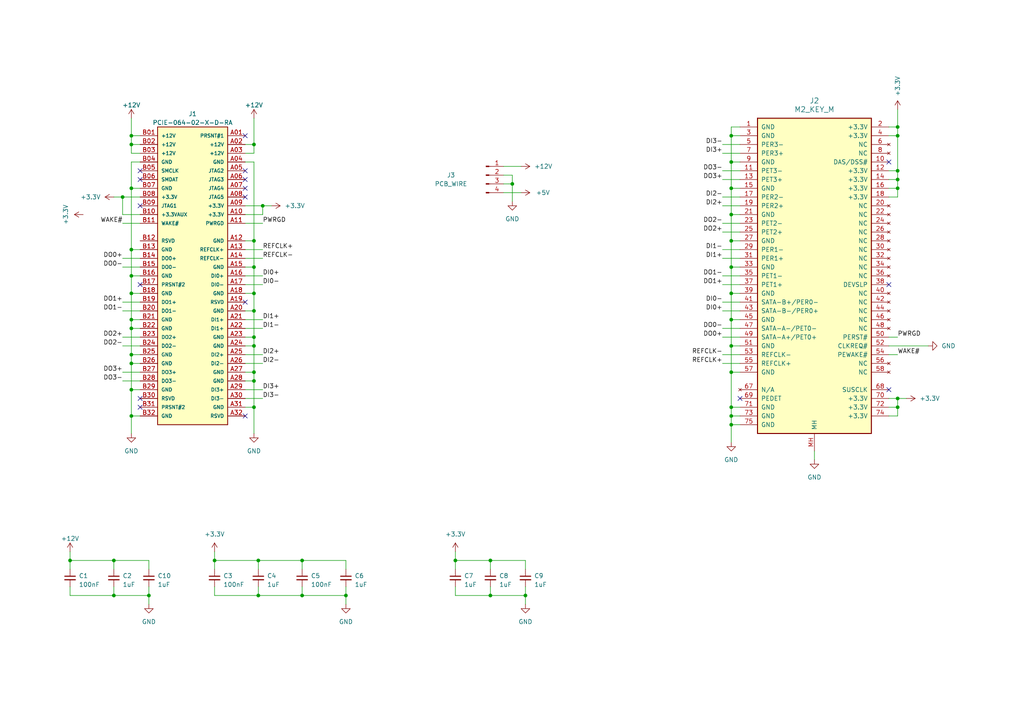
<source format=kicad_sch>
(kicad_sch (version 20231120) (generator "eeschema") (generator_version "8.0")
  (paper "A4")
  (lib_symbols
    (symbol "Connector:Conn_01x04_Pin" (pin_names (offset 1.016) hide)
      (property "Reference" "J" (at 0 5.08 0))
      (property "Value" "Conn_01x04_Pin" (at 0 -7.62 0))
      (symbol "Conn_01x04_Pin_1_1"
        (polyline (pts (xy 1.27 -5.08) (xy 0.8636 -5.08)) (stroke (width 0.1524)))
        (polyline (pts (xy 1.27 -2.54) (xy 0.8636 -2.54)) (stroke (width 0.1524)))
        (polyline (pts (xy 1.27 0) (xy 0.8636 0)) (stroke (width 0.1524)))
        (polyline (pts (xy 1.27 2.54) (xy 0.8636 2.54)) (stroke (width 0.1524)))
        (rectangle (start 0.8636 -4.953) (end 0 -5.207) (stroke (width 0.1524)) (fill (type outline)))
        (rectangle (start 0.8636 -2.413) (end 0 -2.667) (stroke (width 0.1524)) (fill (type outline)))
        (rectangle (start 0.8636 0.127) (end 0 -0.127) (stroke (width 0.1524)) (fill (type outline)))
        (rectangle (start 0.8636 2.667) (end 0 2.413) (stroke (width 0.1524)) (fill (type outline)))
        (pin passive line (at 5.08 2.54 180) (length 3.81) (name "Pin_1") (number "1"))
        (pin passive line (at 5.08 0 180) (length 3.81) (name "Pin_2") (number "2"))
        (pin passive line (at 5.08 -2.54 180) (length 3.81) (name "Pin_3") (number "3"))
        (pin passive line (at 5.08 -5.08 180) (length 3.81) (name "Pin_4") (number "4"))
      )
    )
    (symbol "Device:C_Small" (pin_numbers hide) (pin_names (offset 0.254) hide)
      (property "Reference" "C" (at 0.254 1.778 0))
      (property "Value" "C_Small" (at 0.254 -2.032 0))
      (symbol "C_Small_0_1"
        (polyline (pts (xy -1.524 -0.508) (xy 1.524 -0.508)) (stroke (width 0.3302)))
        (polyline (pts (xy -1.524 0.508) (xy 1.524 0.508)) (stroke (width 0.3048)))
      )
      (symbol "C_Small_1_1"
        (pin passive line (at 0 2.54 270) (length 2.032) (name "~") (number "1"))
        (pin passive line (at 0 -2.54 90) (length 2.032) (name "~") (number "2"))
      )
    )
    (symbol "M2-PCIe-adapter:+5V" (power) (pin_names (offset 0))
      (property "Value" "+5V" (at 0 3.556 0))
      (symbol "+5V_0_1"
        (polyline (pts (xy -0.762 1.27) (xy 0 2.54)))
        (polyline (pts (xy 0 0) (xy 0 2.54)))
        (polyline (pts (xy 0 2.54) (xy 0.762 1.27)))
      )
      (symbol "+5V_1_1"
        (pin power_in line (at 0 0 90) (length 0) hide (name "+5V") (number "1"))
      )
    )
    (symbol "M2-PCIe-adapter:M_2_EdgeConector-" (pin_names (offset 1.016))
      (property "Reference" "J2" (at 0 52.07 0))
      (property "Value" "M2_KEY_M" (at 0 49.53 0))
      (symbol "M_2_EdgeConector-_1_1"
        (rectangle (start -16.51 46.99) (end 16.51 -44.45) (stroke (width 0.3048)) (fill (type background)))
        (pin passive line (at -21.59 44.45 0) (length 5.08) (name "GND") (number "1"))
        (pin passive line (at 21.59 34.29 180) (length 5.08) (name "DAS/DSS#") (number "10"))
        (pin passive line (at -21.59 31.75 0) (length 5.08) (name "PET3-") (number "11"))
        (pin power_in line (at 21.59 31.75 180) (length 5.08) (name "+3.3V") (number "12"))
        (pin passive line (at -21.59 29.21 0) (length 5.08) (name "PET3+") (number "13"))
        (pin power_in line (at 21.59 29.21 180) (length 5.08) (name "+3.3V") (number "14"))
        (pin power_in line (at -21.59 26.67 0) (length 5.08) (name "GND") (number "15"))
        (pin power_in line (at 21.59 26.67 180) (length 5.08) (name "+3.3V") (number "16"))
        (pin passive line (at -21.59 24.13 0) (length 5.08) (name "PER2-") (number "17"))
        (pin power_in line (at 21.59 24.13 180) (length 5.08) (name "+3.3V") (number "18"))
        (pin passive line (at -21.59 21.59 0) (length 5.08) (name "PER2+") (number "19"))
        (pin power_in line (at 21.59 44.45 180) (length 5.08) (name "+3.3V") (number "2"))
        (pin no_connect line (at 21.59 21.59 180) (length 5.08) (name "NC") (number "20"))
        (pin passive line (at -21.59 19.05 0) (length 5.08) (name "GND") (number "21"))
        (pin no_connect line (at 21.59 19.05 180) (length 5.08) (name "NC") (number "22"))
        (pin passive line (at -21.59 16.51 0) (length 5.08) (name "PET2-") (number "23"))
        (pin no_connect line (at 21.59 16.51 180) (length 5.08) (name "NC") (number "24"))
        (pin passive line (at -21.59 13.97 0) (length 5.08) (name "PET2+") (number "25"))
        (pin no_connect line (at 21.59 13.97 180) (length 5.08) (name "NC") (number "26"))
        (pin power_in line (at -21.59 11.43 0) (length 5.08) (name "GND") (number "27"))
        (pin no_connect line (at 21.59 11.43 180) (length 5.08) (name "NC") (number "28"))
        (pin passive line (at -21.59 8.89 0) (length 5.08) (name "PER1-") (number "29"))
        (pin power_in line (at -21.59 41.91 0) (length 5.08) (name "GND") (number "3"))
        (pin no_connect line (at 21.59 8.89 180) (length 5.08) (name "NC") (number "30"))
        (pin passive line (at -21.59 6.35 0) (length 5.08) (name "PER1+") (number "31"))
        (pin no_connect line (at 21.59 6.35 180) (length 5.08) (name "NC") (number "32"))
        (pin power_in line (at -21.59 3.81 0) (length 5.08) (name "GND") (number "33"))
        (pin no_connect line (at 21.59 3.81 180) (length 5.08) (name "NC") (number "34"))
        (pin passive line (at -21.59 1.27 0) (length 5.08) (name "PET1-") (number "35"))
        (pin no_connect line (at 21.59 1.27 180) (length 5.08) (name "NC") (number "36"))
        (pin passive line (at -21.59 -1.27 0) (length 5.08) (name "PET1+") (number "37"))
        (pin passive line (at 21.59 -1.27 180) (length 5.08) (name "DEVSLP") (number "38"))
        (pin power_in line (at -21.59 -3.81 0) (length 5.08) (name "GND") (number "39"))
        (pin power_in line (at 21.59 41.91 180) (length 5.08) (name "+3.3V") (number "4"))
        (pin no_connect line (at 21.59 -3.81 180) (length 5.08) (name "NC") (number "40"))
        (pin passive line (at -21.59 -6.35 0) (length 5.08) (name "SATA-B+/PER0-") (number "41"))
        (pin no_connect line (at 21.59 -6.35 180) (length 5.08) (name "NC") (number "42"))
        (pin passive line (at -21.59 -8.89 0) (length 5.08) (name "SATA-B-/PER0+") (number "43"))
        (pin no_connect line (at 21.59 -8.89 180) (length 5.08) (name "NC") (number "44"))
        (pin power_in line (at -21.59 -11.43 0) (length 5.08) (name "GND") (number "45"))
        (pin no_connect line (at 21.59 -11.43 180) (length 5.08) (name "NC") (number "46"))
        (pin passive line (at -21.59 -13.97 0) (length 5.08) (name "SATA-A-/PET0-") (number "47"))
        (pin no_connect line (at 21.59 -13.97 180) (length 5.08) (name "NC") (number "48"))
        (pin passive line (at -21.59 -16.51 0) (length 5.08) (name "SATA-A+/PET0+") (number "49"))
        (pin passive line (at -21.59 39.37 0) (length 5.08) (name "PER3-") (number "5"))
        (pin passive line (at 21.59 -16.51 180) (length 5.08) (name "PERST#") (number "50"))
        (pin power_in line (at -21.59 -19.05 0) (length 5.08) (name "GND") (number "51"))
        (pin passive line (at 21.59 -19.05 180) (length 5.08) (name "CLKREQ#") (number "52"))
        (pin passive line (at -21.59 -21.59 0) (length 5.08) (name "REFCLK-") (number "53"))
        (pin passive line (at 21.59 -21.59 180) (length 5.08) (name "PEWAKE#") (number "54"))
        (pin passive line (at -21.59 -24.13 0) (length 5.08) (name "REFCLK+") (number "55"))
        (pin no_connect line (at 21.59 -24.13 180) (length 5.08) (name "NC") (number "56"))
        (pin power_in line (at -21.59 -26.67 0) (length 5.08) (name "GND") (number "57"))
        (pin no_connect line (at 21.59 -26.67 180) (length 5.08) (name "NC") (number "58"))
        (pin no_connect line (at 21.59 39.37 180) (length 5.08) (name "NC") (number "6"))
        (pin no_connect line (at -21.59 -31.75 0) (length 5.08) (name "N/A") (number "67"))
        (pin passive line (at 21.59 -31.75 180) (length 5.08) (name "SUSCLK") (number "68"))
        (pin passive line (at -21.59 -34.29 0) (length 5.08) (name "PEDET") (number "69"))
        (pin passive line (at -21.59 36.83 0) (length 5.08) (name "PER3+") (number "7"))
        (pin power_in line (at 21.59 -34.29 180) (length 5.08) (name "+3.3V") (number "70"))
        (pin power_in line (at -21.59 -36.83 0) (length 5.08) (name "GND") (number "71"))
        (pin power_in line (at 21.59 -36.83 180) (length 5.08) (name "+3.3V") (number "72"))
        (pin power_in line (at -21.59 -39.37 0) (length 5.08) (name "GND") (number "73"))
        (pin power_in line (at 21.59 -39.37 180) (length 5.08) (name "+3.3V") (number "74"))
        (pin passive line (at -21.59 -41.91 0) (length 5.08) (name "GND") (number "75"))
        (pin no_connect line (at 21.59 36.83 180) (length 5.08) (name "NC") (number "8"))
        (pin power_in line (at -21.59 34.29 0) (length 5.08) (name "GND") (number "9"))
        (pin power_in line (at 0 -49.53 90) (length 5.08) (name "MH") (number "MH"))
      )
    )
    (symbol "Snapeda_kicad_sym:PCIE-064-02-X-D-RA" (pin_names (offset 1.016))
      (property "Reference" "J1" (at 0 49.53 0))
      (property "Value" "PCIE-064-02-X-D-RA" (at 0 46.99 0))
      (symbol "PCIE-064-02-X-D-RA_0_0"
        (rectangle (start -10.16 45.72) (end 10.16 -40.64) (stroke (width 0.254)) (fill (type background)))
      )
      (symbol "PCIE-064-02-X-D-RA_1_1"
        (pin input line (at 15.24 43.18 180) (length 5.08) (name "PRSNT#1") (number "A01"))
        (pin input line (at 15.24 40.64 180) (length 5.08) (name "+12V") (number "A02"))
        (pin input line (at 15.24 38.1 180) (length 5.08) (name "+12V") (number "A03"))
        (pin input line (at 15.24 35.56 180) (length 5.08) (name "GND") (number "A04"))
        (pin input line (at 15.24 33.02 180) (length 5.08) (name "JTAG2") (number "A05"))
        (pin input line (at 15.24 30.48 180) (length 5.08) (name "JTAG3") (number "A06"))
        (pin input line (at 15.24 27.94 180) (length 5.08) (name "JTAG4") (number "A07"))
        (pin input line (at 15.24 25.4 180) (length 5.08) (name "JTAG5") (number "A08"))
        (pin input line (at 15.24 22.86 180) (length 5.08) (name "+3.3V") (number "A09"))
        (pin input line (at 15.24 20.32 180) (length 5.08) (name "+3.3V") (number "A10"))
        (pin input line (at 15.24 17.78 180) (length 5.08) (name "PWRGD") (number "A11"))
        (pin input line (at 15.24 12.7 180) (length 5.08) (name "GND") (number "A12"))
        (pin input line (at 15.24 10.16 180) (length 5.08) (name "REFCLK+") (number "A13"))
        (pin input line (at 15.24 7.62 180) (length 5.08) (name "REFCLK-") (number "A14"))
        (pin input line (at 15.24 5.08 180) (length 5.08) (name "GND") (number "A15"))
        (pin input line (at 15.24 2.54 180) (length 5.08) (name "DI0+") (number "A16"))
        (pin input line (at 15.24 0 180) (length 5.08) (name "DI0-") (number "A17"))
        (pin input line (at 15.24 -2.54 180) (length 5.08) (name "GND") (number "A18"))
        (pin input line (at 15.24 -5.08 180) (length 5.08) (name "RSVD") (number "A19"))
        (pin input line (at 15.24 -7.62 180) (length 5.08) (name "GND") (number "A20"))
        (pin input line (at 15.24 -10.16 180) (length 5.08) (name "DI1+") (number "A21"))
        (pin input line (at 15.24 -12.7 180) (length 5.08) (name "DI1+") (number "A22"))
        (pin input line (at 15.24 -15.24 180) (length 5.08) (name "GND") (number "A23"))
        (pin input line (at 15.24 -17.78 180) (length 5.08) (name "GND") (number "A24"))
        (pin input line (at 15.24 -20.32 180) (length 5.08) (name "DI2+") (number "A25"))
        (pin input line (at 15.24 -22.86 180) (length 5.08) (name "DI2-") (number "A26"))
        (pin input line (at 15.24 -25.4 180) (length 5.08) (name "GND") (number "A27"))
        (pin input line (at 15.24 -27.94 180) (length 5.08) (name "GND") (number "A28"))
        (pin input line (at 15.24 -30.48 180) (length 5.08) (name "DI3+") (number "A29"))
        (pin input line (at 15.24 -33.02 180) (length 5.08) (name "DI3-") (number "A30"))
        (pin input line (at 15.24 -35.56 180) (length 5.08) (name "GND") (number "A31"))
        (pin input line (at 15.24 -38.1 180) (length 5.08) (name "RSVD") (number "A32"))
        (pin input line (at -15.24 43.18 0) (length 5.08) (name "+12V") (number "B01"))
        (pin input line (at -15.24 40.64 0) (length 5.08) (name "+12V") (number "B02"))
        (pin input line (at -15.24 38.1 0) (length 5.08) (name "+12V") (number "B03"))
        (pin input line (at -15.24 35.56 0) (length 5.08) (name "GND") (number "B04"))
        (pin input line (at -15.24 33.02 0) (length 5.08) (name "SMCLK") (number "B05"))
        (pin input line (at -15.24 30.48 0) (length 5.08) (name "SMDAT") (number "B06"))
        (pin input line (at -15.24 27.94 0) (length 5.08) (name "GND") (number "B07"))
        (pin input line (at -15.24 25.4 0) (length 5.08) (name "+3.3V") (number "B08"))
        (pin input line (at -15.24 22.86 0) (length 5.08) (name "JTAG1") (number "B09"))
        (pin input line (at -15.24 20.32 0) (length 5.08) (name "+3.3VAUX") (number "B10"))
        (pin input line (at -15.24 17.78 0) (length 5.08) (name "WAKE#") (number "B11"))
        (pin input line (at -15.24 12.7 0) (length 5.08) (name "RSVD") (number "B12"))
        (pin input line (at -15.24 10.16 0) (length 5.08) (name "GND") (number "B13"))
        (pin input line (at -15.24 7.62 0) (length 5.08) (name "DO0+") (number "B14"))
        (pin input line (at -15.24 5.08 0) (length 5.08) (name "DO0-") (number "B15"))
        (pin input line (at -15.24 2.54 0) (length 5.08) (name "GND") (number "B16"))
        (pin input line (at -15.24 0 0) (length 5.08) (name "PRSNT#2") (number "B17"))
        (pin input line (at -15.24 -2.54 0) (length 5.08) (name "GND") (number "B18"))
        (pin input line (at -15.24 -5.08 0) (length 5.08) (name "DO1+") (number "B19"))
        (pin input line (at -15.24 -7.62 0) (length 5.08) (name "DO1-") (number "B20"))
        (pin input line (at -15.24 -10.16 0) (length 5.08) (name "GND") (number "B21"))
        (pin input line (at -15.24 -12.7 0) (length 5.08) (name "GND") (number "B22"))
        (pin input line (at -15.24 -15.24 0) (length 5.08) (name "DO2+") (number "B23"))
        (pin input line (at -15.24 -17.78 0) (length 5.08) (name "DO2-") (number "B24"))
        (pin input line (at -15.24 -20.32 0) (length 5.08) (name "GND") (number "B25"))
        (pin input line (at -15.24 -22.86 0) (length 5.08) (name "GND") (number "B26"))
        (pin input line (at -15.24 -25.4 0) (length 5.08) (name "DO3+") (number "B27"))
        (pin input line (at -15.24 -27.94 0) (length 5.08) (name "DO3-") (number "B28"))
        (pin input line (at -15.24 -30.48 0) (length 5.08) (name "GND") (number "B29"))
        (pin input line (at -15.24 -33.02 0) (length 5.08) (name "RSVD") (number "B30"))
        (pin input line (at -15.24 -35.56 0) (length 5.08) (name "PRSNT#2") (number "B31"))
        (pin input line (at -15.24 -38.1 0) (length 5.08) (name "GND") (number "B32"))
      )
    )
    (symbol "power:+12V" (power) (pin_names (offset 0))
      (property "Value" "+12V" (at 0 3.556 0))
      (symbol "+12V_0_1"
        (polyline (pts (xy -0.762 1.27) (xy 0 2.54)))
        (polyline (pts (xy 0 0) (xy 0 2.54)))
        (polyline (pts (xy 0 2.54) (xy 0.762 1.27)))
      )
      (symbol "+12V_1_1"
        (pin power_in line (at 0 0 90) (length 0) hide (name "+12V") (number "1"))
      )
    )
    (symbol "power:+3.3V" (power) (pin_names (offset 0))
      (property "Value" "+3.3V" (at 0 3.556 0))
      (symbol "+3.3V_0_1"
        (polyline (pts (xy -0.762 1.27) (xy 0 2.54)))
        (polyline (pts (xy 0 0) (xy 0 2.54)))
        (polyline (pts (xy 0 2.54) (xy 0.762 1.27)))
      )
      (symbol "+3.3V_1_1"
        (pin power_in line (at 0 0 90) (length 0) hide (name "+3.3V") (number "1"))
      )
    )
    (symbol "power:GND" (power) (pin_names (offset 0))
      (property "Value" "GND" (at 0 -3.81 0))
      (symbol "GND_0_1"
        (polyline (pts (xy 0 0) (xy 0 -1.27) (xy 1.27 -1.27) (xy 0 -2.54) (xy -1.27 -1.27) (xy 0 -1.27)))
      )
      (symbol "GND_1_1"
        (pin power_in line (at 0 0 270) (length 0) hide (name "GND") (number "1"))
      )
    )
  )
  (junction (at 33.02 162.56))
  (junction (at 260.35 39.37))
  (junction (at 212.09 120.65))
  (junction (at 38.1 105.41))
  (junction (at 212.09 54.61))
  (junction (at 212.09 100.33))
  (junction (at 38.1 95.25))
  (junction (at 260.35 118.11))
  (junction (at 100.33 172.72))
  (junction (at 73.66 77.47))
  (junction (at 212.09 107.95))
  (junction (at 73.66 41.91))
  (junction (at 142.24 162.56))
  (junction (at 148.59 53.34))
  (junction (at 38.1 72.39))
  (junction (at 212.09 46.99))
  (junction (at 212.09 69.85))
  (junction (at 33.02 172.72))
  (junction (at 38.1 80.01))
  (junction (at 38.1 41.91))
  (junction (at 73.66 110.49))
  (junction (at 43.18 172.72))
  (junction (at 73.66 107.95))
  (junction (at 62.23 162.56))
  (junction (at 73.66 69.85))
  (junction (at 35.56 57.15))
  (junction (at 73.66 118.11))
  (junction (at 38.1 85.09))
  (junction (at 260.35 52.07))
  (junction (at 132.08 162.56))
  (junction (at 38.1 39.37))
  (junction (at 73.66 85.09))
  (junction (at 38.1 102.87))
  (junction (at 212.09 92.71))
  (junction (at 212.09 123.19))
  (junction (at 212.09 62.23))
  (junction (at 260.35 49.53))
  (junction (at 74.93 172.72))
  (junction (at 74.93 162.56))
  (junction (at 73.66 97.79))
  (junction (at 73.66 90.17))
  (junction (at 38.1 92.71))
  (junction (at 212.09 118.11))
  (junction (at 152.4 172.72))
  (junction (at 212.09 85.09))
  (junction (at 38.1 120.65))
  (junction (at 20.32 162.56))
  (junction (at 87.63 162.56))
  (junction (at 38.1 113.03))
  (junction (at 87.63 172.72))
  (junction (at 212.09 77.47))
  (junction (at 260.35 36.83))
  (junction (at 142.24 172.72))
  (junction (at 260.35 54.61))
  (junction (at 212.09 39.37))
  (junction (at 260.35 115.57))
  (junction (at 73.66 100.33))
  (junction (at 76.2 59.69))
  (junction (at 38.1 54.61))
  (no_connect (at 40.64 118.11))
  (no_connect (at 257.81 46.99))
  (no_connect (at 40.64 49.53))
  (no_connect (at 40.64 52.07))
  (no_connect (at 257.81 113.03))
  (no_connect (at 214.63 115.57))
  (no_connect (at 257.81 82.55))
  (no_connect (at 40.64 82.55))
  (no_connect (at 40.64 115.57))
  (no_connect (at 71.12 39.37))
  (no_connect (at 71.12 54.61))
  (no_connect (at 71.12 49.53))
  (no_connect (at 71.12 120.65))
  (no_connect (at 40.64 59.69))
  (no_connect (at 71.12 52.07))
  (no_connect (at 71.12 57.15))
  (no_connect (at 71.12 87.63))
  (wire (pts (xy 146.05 48.26) (xy 151.13 48.26)))
  (wire (pts (xy 74.93 170.18) (xy 74.93 172.72)))
  (wire (pts (xy 62.23 162.56) (xy 74.93 162.56)))
  (wire (pts (xy 87.63 162.56) (xy 100.33 162.56)))
  (wire (pts (xy 35.56 57.15) (xy 40.64 57.15)))
  (wire (pts (xy 71.12 97.79) (xy 73.66 97.79)))
  (wire (pts (xy 35.56 100.33) (xy 40.64 100.33)))
  (wire (pts (xy 214.63 69.85) (xy 212.09 69.85)))
  (wire (pts (xy 62.23 160.02) (xy 62.23 162.56)))
  (wire (pts (xy 73.66 34.29) (xy 73.66 41.91)))
  (wire (pts (xy 62.23 165.1) (xy 62.23 162.56)))
  (wire (pts (xy 214.63 118.11) (xy 212.09 118.11)))
  (wire (pts (xy 71.12 95.25) (xy 76.2 95.25)))
  (wire (pts (xy 214.63 85.09) (xy 212.09 85.09)))
  (wire (pts (xy 209.55 49.53) (xy 214.63 49.53)))
  (wire (pts (xy 152.4 172.72) (xy 152.4 175.26)))
  (wire (pts (xy 38.1 39.37) (xy 38.1 41.91)))
  (wire (pts (xy 214.63 41.91) (xy 209.55 41.91)))
  (wire (pts (xy 214.63 77.47) (xy 212.09 77.47)))
  (wire (pts (xy 212.09 85.09) (xy 212.09 92.71)))
  (wire (pts (xy 40.64 72.39) (xy 38.1 72.39)))
  (wire (pts (xy 40.64 120.65) (xy 38.1 120.65)))
  (wire (pts (xy 71.12 105.41) (xy 76.2 105.41)))
  (wire (pts (xy 257.81 97.79) (xy 260.35 97.79)))
  (wire (pts (xy 100.33 172.72) (xy 100.33 175.26)))
  (wire (pts (xy 73.66 100.33) (xy 73.66 107.95)))
  (wire (pts (xy 260.35 57.15) (xy 260.35 54.61)))
  (wire (pts (xy 146.05 50.8) (xy 148.59 50.8)))
  (wire (pts (xy 35.56 64.77) (xy 40.64 64.77)))
  (wire (pts (xy 212.09 39.37) (xy 212.09 46.99)))
  (wire (pts (xy 148.59 53.34) (xy 148.59 58.42)))
  (wire (pts (xy 142.24 162.56) (xy 142.24 165.1)))
  (wire (pts (xy 257.81 57.15) (xy 260.35 57.15)))
  (wire (pts (xy 73.66 69.85) (xy 73.66 77.47)))
  (wire (pts (xy 73.66 110.49) (xy 71.12 110.49)))
  (wire (pts (xy 40.64 102.87) (xy 38.1 102.87)))
  (wire (pts (xy 71.12 100.33) (xy 73.66 100.33)))
  (wire (pts (xy 73.66 118.11) (xy 73.66 125.73)))
  (wire (pts (xy 142.24 170.18) (xy 142.24 172.72)))
  (wire (pts (xy 257.81 52.07) (xy 260.35 52.07)))
  (wire (pts (xy 257.81 120.65) (xy 260.35 120.65)))
  (wire (pts (xy 209.55 82.55) (xy 214.63 82.55)))
  (wire (pts (xy 71.12 102.87) (xy 76.2 102.87)))
  (wire (pts (xy 260.35 54.61) (xy 260.35 52.07)))
  (wire (pts (xy 212.09 69.85) (xy 212.09 77.47)))
  (wire (pts (xy 40.64 92.71) (xy 38.1 92.71)))
  (wire (pts (xy 152.4 170.18) (xy 152.4 172.72)))
  (wire (pts (xy 214.63 72.39) (xy 209.55 72.39)))
  (wire (pts (xy 43.18 165.1) (xy 43.18 162.56)))
  (wire (pts (xy 214.63 92.71) (xy 212.09 92.71)))
  (wire (pts (xy 71.12 44.45) (xy 73.66 44.45)))
  (wire (pts (xy 148.59 50.8) (xy 148.59 53.34)))
  (wire (pts (xy 40.64 44.45) (xy 38.1 44.45)))
  (wire (pts (xy 209.55 97.79) (xy 214.63 97.79)))
  (wire (pts (xy 260.35 52.07) (xy 260.35 49.53)))
  (wire (pts (xy 20.32 162.56) (xy 20.32 165.1)))
  (wire (pts (xy 73.66 107.95) (xy 73.66 110.49)))
  (wire (pts (xy 40.64 85.09) (xy 38.1 85.09)))
  (wire (pts (xy 100.33 172.72) (xy 100.33 170.18)))
  (wire (pts (xy 35.56 74.93) (xy 40.64 74.93)))
  (wire (pts (xy 40.64 95.25) (xy 38.1 95.25)))
  (wire (pts (xy 38.1 95.25) (xy 38.1 102.87)))
  (wire (pts (xy 214.63 54.61) (xy 212.09 54.61)))
  (wire (pts (xy 212.09 118.11) (xy 212.09 120.65)))
  (wire (pts (xy 71.12 46.99) (xy 73.66 46.99)))
  (wire (pts (xy 40.64 80.01) (xy 38.1 80.01)))
  (wire (pts (xy 212.09 77.47) (xy 212.09 85.09)))
  (wire (pts (xy 38.1 85.09) (xy 38.1 92.71)))
  (wire (pts (xy 132.08 165.1) (xy 132.08 162.56)))
  (wire (pts (xy 73.66 77.47) (xy 73.66 85.09)))
  (wire (pts (xy 209.55 95.25) (xy 214.63 95.25)))
  (wire (pts (xy 260.35 36.83) (xy 260.35 39.37)))
  (wire (pts (xy 35.56 110.49) (xy 40.64 110.49)))
  (wire (pts (xy 71.12 115.57) (xy 76.2 115.57)))
  (wire (pts (xy 40.64 46.99) (xy 38.1 46.99)))
  (wire (pts (xy 33.02 57.15) (xy 35.56 57.15)))
  (wire (pts (xy 43.18 175.26) (xy 43.18 172.72)))
  (wire (pts (xy 214.63 59.69) (xy 209.55 59.69)))
  (wire (pts (xy 214.63 44.45) (xy 209.55 44.45)))
  (wire (pts (xy 74.93 162.56) (xy 74.93 165.1)))
  (wire (pts (xy 257.81 102.87) (xy 260.35 102.87)))
  (wire (pts (xy 38.1 41.91) (xy 38.1 44.45)))
  (wire (pts (xy 146.05 53.34) (xy 148.59 53.34)))
  (wire (pts (xy 212.09 46.99) (xy 212.09 54.61)))
  (wire (pts (xy 257.81 118.11) (xy 260.35 118.11)))
  (wire (pts (xy 71.12 85.09) (xy 73.66 85.09)))
  (wire (pts (xy 33.02 162.56) (xy 20.32 162.56)))
  (wire (pts (xy 209.55 80.01) (xy 214.63 80.01)))
  (wire (pts (xy 73.66 90.17) (xy 73.66 97.79)))
  (wire (pts (xy 35.56 90.17) (xy 40.64 90.17)))
  (wire (pts (xy 87.63 172.72) (xy 100.33 172.72)))
  (wire (pts (xy 209.55 67.31) (xy 214.63 67.31)))
  (wire (pts (xy 214.63 57.15) (xy 209.55 57.15)))
  (wire (pts (xy 236.22 130.81) (xy 236.22 133.35)))
  (wire (pts (xy 38.1 92.71) (xy 38.1 95.25)))
  (wire (pts (xy 73.66 46.99) (xy 73.66 69.85)))
  (wire (pts (xy 20.32 170.18) (xy 20.32 172.72)))
  (wire (pts (xy 62.23 172.72) (xy 74.93 172.72)))
  (wire (pts (xy 260.35 39.37) (xy 260.35 49.53)))
  (wire (pts (xy 212.09 123.19) (xy 214.63 123.19)))
  (wire (pts (xy 40.64 54.61) (xy 38.1 54.61)))
  (wire (pts (xy 214.63 39.37) (xy 212.09 39.37)))
  (wire (pts (xy 71.12 107.95) (xy 73.66 107.95)))
  (wire (pts (xy 35.56 62.23) (xy 40.64 62.23)))
  (wire (pts (xy 214.63 107.95) (xy 212.09 107.95)))
  (wire (pts (xy 212.09 92.71) (xy 212.09 100.33)))
  (wire (pts (xy 257.81 115.57) (xy 260.35 115.57)))
  (wire (pts (xy 71.12 64.77) (xy 76.2 64.77)))
  (wire (pts (xy 146.05 55.88) (xy 151.13 55.88)))
  (wire (pts (xy 73.66 97.79) (xy 73.66 100.33)))
  (wire (pts (xy 212.09 123.19) (xy 212.09 128.27)))
  (wire (pts (xy 87.63 165.1) (xy 87.63 162.56)))
  (wire (pts (xy 71.12 72.39) (xy 76.2 72.39)))
  (wire (pts (xy 209.55 105.41) (xy 214.63 105.41)))
  (wire (pts (xy 209.55 102.87) (xy 214.63 102.87)))
  (wire (pts (xy 73.66 44.45) (xy 73.66 41.91)))
  (wire (pts (xy 35.56 87.63) (xy 40.64 87.63)))
  (wire (pts (xy 71.12 77.47) (xy 73.66 77.47)))
  (wire (pts (xy 74.93 162.56) (xy 87.63 162.56)))
  (wire (pts (xy 260.35 31.75) (xy 260.35 36.83)))
  (wire (pts (xy 33.02 172.72) (xy 20.32 172.72)))
  (wire (pts (xy 214.63 36.83) (xy 212.09 36.83)))
  (wire (pts (xy 35.56 77.47) (xy 40.64 77.47)))
  (wire (pts (xy 20.32 160.02) (xy 20.32 162.56)))
  (wire (pts (xy 71.12 90.17) (xy 73.66 90.17)))
  (wire (pts (xy 212.09 107.95) (xy 212.09 118.11)))
  (wire (pts (xy 257.81 36.83) (xy 260.35 36.83)))
  (wire (pts (xy 212.09 54.61) (xy 212.09 62.23)))
  (wire (pts (xy 35.56 62.23) (xy 35.56 57.15)))
  (wire (pts (xy 257.81 49.53) (xy 260.35 49.53)))
  (wire (pts (xy 257.81 54.61) (xy 260.35 54.61)))
  (wire (pts (xy 132.08 162.56) (xy 142.24 162.56)))
  (wire (pts (xy 214.63 120.65) (xy 212.09 120.65)))
  (wire (pts (xy 73.66 85.09) (xy 73.66 90.17)))
  (wire (pts (xy 76.2 59.69) (xy 78.74 59.69)))
  (wire (pts (xy 71.12 82.55) (xy 76.2 82.55)))
  (wire (pts (xy 73.66 118.11) (xy 73.66 110.49)))
  (wire (pts (xy 212.09 100.33) (xy 212.09 107.95)))
  (wire (pts (xy 71.12 113.03) (xy 76.2 113.03)))
  (wire (pts (xy 33.02 170.18) (xy 33.02 172.72)))
  (wire (pts (xy 76.2 62.23) (xy 76.2 59.69)))
  (wire (pts (xy 38.1 41.91) (xy 40.64 41.91)))
  (wire (pts (xy 38.1 54.61) (xy 38.1 72.39)))
  (wire (pts (xy 71.12 62.23) (xy 76.2 62.23)))
  (wire (pts (xy 33.02 172.72) (xy 43.18 172.72)))
  (wire (pts (xy 71.12 92.71) (xy 76.2 92.71)))
  (wire (pts (xy 38.1 46.99) (xy 38.1 54.61)))
  (wire (pts (xy 87.63 170.18) (xy 87.63 172.72)))
  (wire (pts (xy 71.12 74.93) (xy 76.2 74.93)))
  (wire (pts (xy 33.02 162.56) (xy 43.18 162.56)))
  (wire (pts (xy 260.35 115.57) (xy 262.89 115.57)))
  (wire (pts (xy 33.02 165.1) (xy 33.02 162.56)))
  (wire (pts (xy 212.09 62.23) (xy 212.09 69.85)))
  (wire (pts (xy 71.12 69.85) (xy 73.66 69.85)))
  (wire (pts (xy 40.64 105.41) (xy 38.1 105.41)))
  (wire (pts (xy 38.1 113.03) (xy 38.1 120.65)))
  (wire (pts (xy 152.4 162.56) (xy 142.24 162.56)))
  (wire (pts (xy 74.93 172.72) (xy 87.63 172.72)))
  (wire (pts (xy 257.81 100.33) (xy 269.24 100.33)))
  (wire (pts (xy 43.18 170.18) (xy 43.18 172.72)))
  (wire (pts (xy 214.63 74.93) (xy 209.55 74.93)))
  (wire (pts (xy 38.1 34.29) (xy 38.1 39.37)))
  (wire (pts (xy 38.1 105.41) (xy 38.1 113.03)))
  (wire (pts (xy 212.09 36.83) (xy 212.09 39.37)))
  (wire (pts (xy 152.4 165.1) (xy 152.4 162.56)))
  (wire (pts (xy 38.1 72.39) (xy 38.1 80.01)))
  (wire (pts (xy 214.63 87.63) (xy 209.55 87.63)))
  (wire (pts (xy 260.35 120.65) (xy 260.35 118.11)))
  (wire (pts (xy 212.09 120.65) (xy 212.09 123.19)))
  (wire (pts (xy 209.55 52.07) (xy 214.63 52.07)))
  (wire (pts (xy 76.2 59.69) (xy 71.12 59.69)))
  (wire (pts (xy 38.1 102.87) (xy 38.1 105.41)))
  (wire (pts (xy 71.12 118.11) (xy 73.66 118.11)))
  (wire (pts (xy 38.1 39.37) (xy 40.64 39.37)))
  (wire (pts (xy 73.66 41.91) (xy 71.12 41.91)))
  (wire (pts (xy 142.24 172.72) (xy 132.08 172.72)))
  (wire (pts (xy 214.63 46.99) (xy 212.09 46.99)))
  (wire (pts (xy 214.63 62.23) (xy 212.09 62.23)))
  (wire (pts (xy 214.63 100.33) (xy 212.09 100.33)))
  (wire (pts (xy 132.08 172.72) (xy 132.08 170.18)))
  (wire (pts (xy 257.81 39.37) (xy 260.35 39.37)))
  (wire (pts (xy 209.55 64.77) (xy 214.63 64.77)))
  (wire (pts (xy 214.63 90.17) (xy 209.55 90.17)))
  (wire (pts (xy 100.33 165.1) (xy 100.33 162.56)))
  (wire (pts (xy 35.56 107.95) (xy 40.64 107.95)))
  (wire (pts (xy 260.35 115.57) (xy 260.35 118.11)))
  (wire (pts (xy 35.56 97.79) (xy 40.64 97.79)))
  (wire (pts (xy 38.1 120.65) (xy 38.1 125.73)))
  (wire (pts (xy 152.4 172.72) (xy 142.24 172.72)))
  (wire (pts (xy 40.64 113.03) (xy 38.1 113.03)))
  (wire (pts (xy 132.08 160.02) (xy 132.08 162.56)))
  (wire (pts (xy 71.12 80.01) (xy 76.2 80.01)))
  (wire (pts (xy 38.1 80.01) (xy 38.1 85.09)))
  (wire (pts (xy 62.23 170.18) (xy 62.23 172.72)))
  (label "REFCLK-" (at 76.2 74.93 0))
  (label "DO1+" (at 209.55 82.55 180))
  (label "DO2+" (at 209.55 67.31 180))
  (label "DI0-" (at 76.2 82.55 0))
  (label "REFCLK-" (at 209.55 102.87 180))
  (label "PWRGD" (at 76.2 64.77 0))
  (label "DI3+" (at 209.55 44.45 180))
  (label "DI2+" (at 76.2 102.87 0))
  (label "DI3+" (at 76.2 113.03 0))
  (label "DO0+" (at 209.55 97.79 180))
  (label "DI0-" (at 209.55 87.63 180))
  (label "WAKE#" (at 260.35 102.87 0))
  (label "DO1-" (at 209.55 80.01 180))
  (label "DO2-" (at 35.56 100.33 180))
  (label "DO3-" (at 209.55 49.53 180))
  (label "DO1-" (at 35.56 90.17 180))
  (label "DI2+" (at 209.55 59.69 180))
  (label "DI0+" (at 209.55 90.17 180))
  (label "DO1+" (at 35.56 87.63 180))
  (label "DO3+" (at 209.55 52.07 180))
  (label "DO0-" (at 209.55 95.25 180))
  (label "PWRGD" (at 260.35 97.79 0))
  (label "DI2-" (at 76.2 105.41 0))
  (label "DI2-" (at 209.55 57.15 180))
  (label "DI1+" (at 209.55 74.93 180))
  (label "REFCLK+" (at 209.55 105.41 180))
  (label "DO3-" (at 35.56 110.49 180))
  (label "DI3-" (at 76.2 115.57 0))
  (label "DI1-" (at 76.2 95.25 0))
  (label "DI0+" (at 76.2 80.01 0))
  (label "DO2-" (at 209.55 64.77 180))
  (label "DO3+" (at 35.56 107.95 180))
  (label "DI1-" (at 209.55 72.39 180))
  (label "REFCLK+" (at 76.2 72.39 0))
  (label "DO0-" (at 35.56 77.47 180))
  (label "DO2+" (at 35.56 97.79 180))
  (label "DI3-" (at 209.55 41.91 180))
  (label "DI1+" (at 76.2 92.71 0))
  (label "DO0+" (at 35.56 74.93 180))
  (label "WAKE#" (at 35.56 64.77 180))
  (symbol (lib_id "M2-PCIe-adapter:M_2_EdgeConector-") (at 236.22 81.28 0) (unit 1)
    (property "Reference" "J2" (at 236.22 29.21 0) (effects (font (size 1.524 1.524))))
    (property "Value" "M2_KEY_M" (at 236.22 31.75 0) (effects (font (size 1.524 1.524))))
    (property "Footprint" "Snapeda:M.2-KEY-M" (effects (hide yes)))
    (property "Datasheet" "https://www.amphenol-icc.com/media/wysiwyg/files/drawing/10130618.pdf" (effects (hide yes)))
  )
  (symbol (lib_id "power:+3.3V") (at 62.23 160.02 0) (unit 1)
    (property "Reference" "#PWR013" (effects (hide yes)))
    (property "Value" "+3.3V" (at 62.23 154.94 0))
  )
  (symbol (lib_id "Device:C_Small") (at 132.08 167.64 0) (unit 1)
    (property "Reference" "C7" (at 134.62 167.0113 0) (effects (justify left)))
    (property "Value" "1uF" (at 134.62 169.5513 0) (effects (justify left)))
    (property "Footprint" "Capacitor_SMD:C_0603_1608Metric" (effects (hide yes)))
  )
  (symbol (lib_id "power:+3.3V") (at 33.02 57.15 90) (unit 1)
    (property "Reference" "#PWR03" (effects (hide yes)))
    (property "Value" "+3.3V" (at 29.21 57.15 90) (effects (justify left)))
  )
  (symbol (lib_id "Device:C_Small") (at 33.02 167.64 0) (unit 1)
    (property "Reference" "C2" (at 35.56 167.0113 0) (effects (justify left)))
    (property "Value" "1uF" (at 35.56 169.5513 0) (effects (justify left)))
    (property "Footprint" "Capacitor_SMD:C_0603_1608Metric" (effects (hide yes)))
  )
  (symbol (lib_id "power:+3.3V") (at 132.08 160.02 0) (unit 1)
    (property "Reference" "#PWR015" (effects (hide yes)))
    (property "Value" "+3.3V" (at 132.08 154.94 0))
  )
  (symbol (lib_id "Device:C_Small") (at 100.33 167.64 0) (unit 1)
    (property "Reference" "C6" (at 102.87 167.0113 0) (effects (justify left)))
    (property "Value" "1uF" (at 102.87 169.5513 0) (effects (justify left)))
    (property "Footprint" "Capacitor_SMD:C_0603_1608Metric" (effects (hide yes)))
  )
  (symbol (lib_id "power:GND") (at 100.33 175.26 0) (unit 1)
    (property "Reference" "#PWR012" (effects (hide yes)))
    (property "Value" "GND" (at 100.33 180.34 0))
  )
  (symbol (lib_id "power:+3.3V") (at 260.35 31.75 0) (unit 1)
    (property "Reference" "#PWR04" (effects (hide yes)))
    (property "Value" "+3.3V" (at 260.35 27.94 90) (effects (justify left)))
  )
  (symbol (lib_id "Device:C_Small") (at 152.4 167.64 0) (unit 1)
    (property "Reference" "C9" (at 154.94 167.0113 0) (effects (justify left)))
    (property "Value" "1uF" (at 154.94 169.5513 0) (effects (justify left)))
    (property "Footprint" "Capacitor_SMD:C_0603_1608Metric" (effects (hide yes)))
  )
  (symbol (lib_id "power:GND") (at 212.09 128.27 0) (unit 1)
    (property "Reference" "#PWR09" (effects (hide yes)))
    (property "Value" "GND" (at 212.09 133.35 0))
  )
  (symbol (lib_id "Connector:Conn_01x04_Pin") (at 140.97 50.8 0) (unit 1)
    (property "Reference" "J3" (at 130.81 50.8 0))
    (property "Value" "PCB_WIRE" (at 130.81 53.34 0))
    (property "Footprint" "Connector_Wire:SolderWire-0.1sqmm_1x04_P3.6mm_D0.4mm_OD1mm_Relief" (effects (hide yes)))
  )
  (symbol (lib_id "Device:C_Small") (at 87.63 167.64 0) (unit 1)
    (property "Reference" "C5" (at 90.17 167.0113 0) (effects (justify left)))
    (property "Value" "100nF" (at 90.17 169.5513 0) (effects (justify left)))
    (property "Footprint" "Capacitor_SMD:C_0402_1005Metric" (effects (hide yes)))
  )
  (symbol (lib_id "power:+3.3V") (at 78.74 59.69 270) (unit 1)
    (property "Reference" "#PWR05" (effects (hide yes)))
    (property "Value" "+3.3V" (at 82.55 59.69 90) (effects (justify left)))
  )
  (symbol (lib_id "power:+12V") (at 20.32 160.02 0) (unit 1)
    (property "Reference" "#PWR011" (effects (hide yes)))
    (property "Value" "+12V" (at 20.32 156.21 0))
  )
  (symbol (lib_id "power:+12V") (at 151.13 48.26 270) (unit 1)
    (property "Reference" "#PWR016" (effects (hide yes)))
    (property "Value" "+12V" (at 154.94 48.26 90) (effects (justify left)))
  )
  (symbol (lib_id "M2-PCIe-adapter:+5V") (at 151.13 55.88 270) (unit 1)
    (property "Reference" "#PWR017" (effects (hide yes)))
    (property "Value" "+5V" (at 157.48 55.88 90))
  )
  (symbol (lib_id "power:+12V") (at 73.66 34.29 0) (unit 1)
    (property "Reference" "#PWR02" (effects (hide yes)))
    (property "Value" "+12V" (at 73.66 30.48 0))
  )
  (symbol (lib_id "power:GND") (at 148.59 58.42 0) (unit 1)
    (property "Reference" "#PWR018" (effects (hide yes)))
    (property "Value" "GND" (at 148.59 63.5 0))
  )
  (symbol (lib_id "power:GND") (at 236.22 133.35 0) (unit 1)
    (property "Reference" "#PWR019" (effects (hide yes)))
    (property "Value" "GND" (at 236.22 138.43 0))
  )
  (symbol (lib_id "Device:C_Small") (at 62.23 167.64 0) (unit 1)
    (property "Reference" "C3" (at 64.77 167.0113 0) (effects (justify left)))
    (property "Value" "100nF" (at 64.77 169.5513 0) (effects (justify left)))
    (property "Footprint" "Capacitor_SMD:C_0402_1005Metric" (effects (hide yes)))
  )
  (symbol (lib_id "power:+3.3V") (at 24.13 62.23 90) (unit 1)
    (property "Reference" "#PWR021" (effects (hide yes)))
    (property "Value" "+3.3V" (at 19.05 62.23 0))
  )
  (symbol (lib_id "power:+3.3V") (at 262.89 115.57 270) (unit 1)
    (property "Reference" "#PWR06" (effects (hide yes)))
    (property "Value" "+3.3V" (at 266.7 115.57 90) (effects (justify left)))
  )
  (symbol (lib_id "Device:C_Small") (at 20.32 167.64 0) (unit 1)
    (property "Reference" "C1" (at 22.86 167.0113 0) (effects (justify left)))
    (property "Value" "100nF" (at 22.86 169.5513 0) (effects (justify left)))
    (property "Footprint" "Capacitor_SMD:C_0402_1005Metric" (effects (hide yes)))
  )
  (symbol (lib_id "Device:C_Small") (at 74.93 167.64 0) (unit 1)
    (property "Reference" "C4" (at 77.47 167.0113 0) (effects (justify left)))
    (property "Value" "1uF" (at 77.47 169.5513 0) (effects (justify left)))
    (property "Footprint" "Capacitor_SMD:C_0603_1608Metric" (effects (hide yes)))
  )
  (symbol (lib_id "power:GND") (at 269.24 100.33 90) (unit 1)
    (property "Reference" "#PWR020" (effects (hide yes)))
    (property "Value" "GND" (at 273.05 100.33 90) (effects (justify right)))
  )
  (symbol (lib_id "Snapeda_kicad_sym:PCIE-064-02-X-D-RA") (at 55.88 82.55 0) (unit 1)
    (property "Reference" "J1" (at 55.88 33.02 0))
    (property "Value" "PCIE-064-02-X-D-RA" (at 55.88 35.56 0))
    (property "Footprint" "Snapeda:SAMTEC_PCIE-064-02-X-D-RA" (effects (hide yes)))
    (property "PARTREV" "D" (effects (hide yes)))
    (property "STANDARD" "Manufacturer Recommendations" (effects (hide yes)))
    (property "MAXIMUM_PACKAGE_HEIGHT" "9.58mm" (effects (hide yes)))
    (property "MANUFACTURER" "Samtec Inc" (effects (hide yes)))
  )
  (symbol (lib_id "power:GND") (at 73.66 125.73 0) (unit 1)
    (property "Reference" "#PWR07" (effects (hide yes)))
    (property "Value" "GND" (at 73.66 130.81 0))
  )
  (symbol (lib_id "power:GND") (at 38.1 125.73 0) (unit 1)
    (property "Reference" "#PWR08" (effects (hide yes)))
    (property "Value" "GND" (at 38.1 130.81 0))
  )
  (symbol (lib_id "power:+12V") (at 38.1 34.29 0) (unit 1)
    (property "Reference" "#PWR01" (effects (hide yes)))
    (property "Value" "+12V" (at 38.1 30.48 0))
  )
  (symbol (lib_id "power:GND") (at 43.18 175.26 0) (unit 1)
    (property "Reference" "#PWR010" (effects (hide yes)))
    (property "Value" "GND" (at 43.18 180.34 0))
  )
  (symbol (lib_id "power:GND") (at 152.4 175.26 0) (unit 1)
    (property "Reference" "#PWR014" (effects (hide yes)))
    (property "Value" "GND" (at 152.4 180.34 0))
  )
  (symbol (lib_id "Device:C_Small") (at 142.24 167.64 0) (unit 1)
    (property "Reference" "C8" (at 144.78 167.0113 0) (effects (justify left)))
    (property "Value" "1uF" (at 144.78 169.5513 0) (effects (justify left)))
    (property "Footprint" "Capacitor_SMD:C_0603_1608Metric" (effects (hide yes)))
  )
  (symbol (lib_id "Device:C_Small") (at 43.18 167.64 0) (unit 1)
    (property "Reference" "C10" (at 45.72 167.0113 0) (effects (justify left)))
    (property "Value" "1uF" (at 45.72 169.5513 0) (effects (justify left)))
    (property "Footprint" "Capacitor_SMD:C_0603_1608Metric" (effects (hide yes)))
  )
)
</source>
